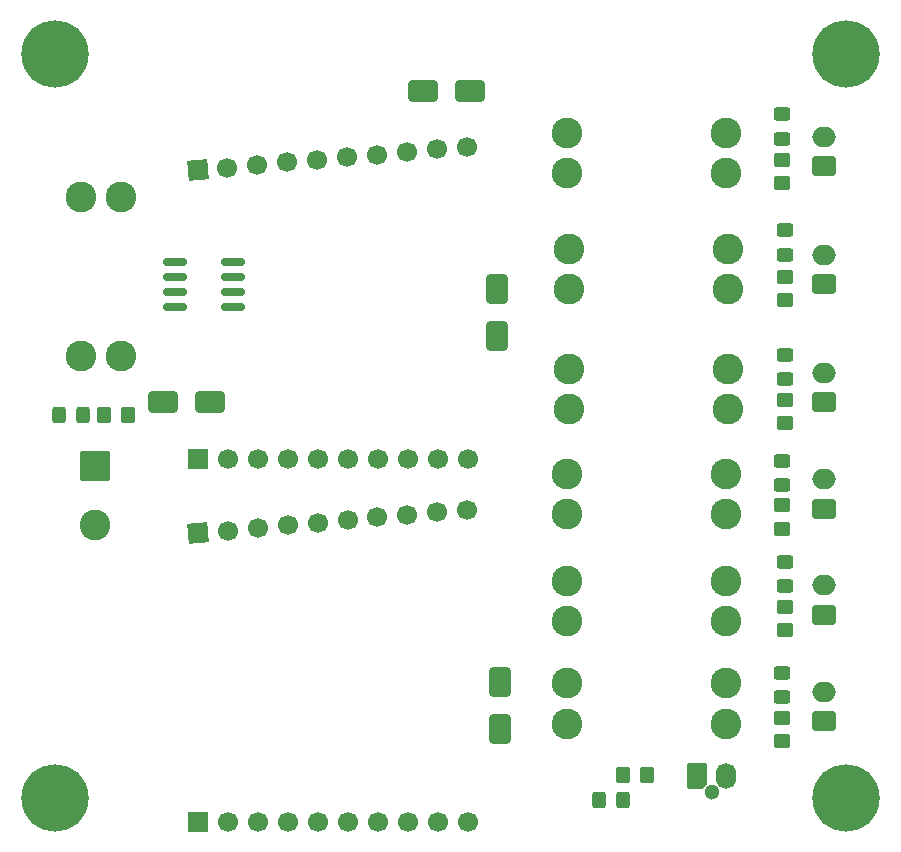
<source format=gbr>
%TF.GenerationSoftware,KiCad,Pcbnew,9.0.2*%
%TF.CreationDate,2025-06-04T19:58:56+07:00*%
%TF.ProjectId,PDM MOTHERBOARD,50444d20-4d4f-4544-9845-52424f415244,rev?*%
%TF.SameCoordinates,Original*%
%TF.FileFunction,Soldermask,Top*%
%TF.FilePolarity,Negative*%
%FSLAX46Y46*%
G04 Gerber Fmt 4.6, Leading zero omitted, Abs format (unit mm)*
G04 Created by KiCad (PCBNEW 9.0.2) date 2025-06-04 19:58:56*
%MOMM*%
%LPD*%
G01*
G04 APERTURE LIST*
G04 Aperture macros list*
%AMRoundRect*
0 Rectangle with rounded corners*
0 $1 Rounding radius*
0 $2 $3 $4 $5 $6 $7 $8 $9 X,Y pos of 4 corners*
0 Add a 4 corners polygon primitive as box body*
4,1,4,$2,$3,$4,$5,$6,$7,$8,$9,$2,$3,0*
0 Add four circle primitives for the rounded corners*
1,1,$1+$1,$2,$3*
1,1,$1+$1,$4,$5*
1,1,$1+$1,$6,$7*
1,1,$1+$1,$8,$9*
0 Add four rect primitives between the rounded corners*
20,1,$1+$1,$2,$3,$4,$5,0*
20,1,$1+$1,$4,$5,$6,$7,0*
20,1,$1+$1,$6,$7,$8,$9,0*
20,1,$1+$1,$8,$9,$2,$3,0*%
%AMRotRect*
0 Rectangle, with rotation*
0 The origin of the aperture is its center*
0 $1 length*
0 $2 width*
0 $3 Rotation angle, in degrees counterclockwise*
0 Add horizontal line*
21,1,$1,$2,0,0,$3*%
%AMFreePoly0*
4,1,22,0.945671,0.830970,1.026777,0.776777,1.080970,0.695671,1.100000,0.600000,1.100000,-0.600000,1.080970,-0.695671,1.026777,-0.776777,0.945671,-0.830970,0.850000,-0.850000,-0.596447,-0.850000,-0.692118,-0.830970,-0.773224,-0.776777,-1.026777,-0.523224,-1.080970,-0.442118,-1.100000,-0.346447,-1.100000,0.600000,-1.080970,0.695671,-1.026777,0.776777,-0.945671,0.830970,-0.850000,0.850000,
0.850000,0.850000,0.945671,0.830970,0.945671,0.830970,$1*%
G04 Aperture macros list end*
%ADD10C,2.604000*%
%ADD11RoundRect,0.250000X0.450000X-0.350000X0.450000X0.350000X-0.450000X0.350000X-0.450000X-0.350000X0*%
%ADD12RoundRect,0.250000X-0.450000X0.325000X-0.450000X-0.325000X0.450000X-0.325000X0.450000X0.325000X0*%
%ADD13RoundRect,0.250000X0.750000X-0.600000X0.750000X0.600000X-0.750000X0.600000X-0.750000X-0.600000X0*%
%ADD14O,2.000000X1.700000*%
%ADD15C,1.300000*%
%ADD16FreePoly0,90.000000*%
%ADD17O,1.700000X2.200000*%
%ADD18R,1.700000X1.700000*%
%ADD19C,1.700000*%
%ADD20RotRect,1.700000X1.700000X95.000000*%
%ADD21RoundRect,0.250000X0.350000X0.450000X-0.350000X0.450000X-0.350000X-0.450000X0.350000X-0.450000X0*%
%ADD22RoundRect,0.150000X0.825000X0.150000X-0.825000X0.150000X-0.825000X-0.150000X0.825000X-0.150000X0*%
%ADD23RoundRect,0.250000X-0.650000X1.000000X-0.650000X-1.000000X0.650000X-1.000000X0.650000X1.000000X0*%
%ADD24C,3.600000*%
%ADD25C,5.700000*%
%ADD26RoundRect,0.250000X1.000000X0.650000X-1.000000X0.650000X-1.000000X-0.650000X1.000000X-0.650000X0*%
%ADD27RoundRect,0.250000X-1.000000X-0.650000X1.000000X-0.650000X1.000000X0.650000X-1.000000X0.650000X0*%
%ADD28RoundRect,0.250000X-0.325000X-0.450000X0.325000X-0.450000X0.325000X0.450000X-0.325000X0.450000X0*%
%ADD29RoundRect,0.250000X-1.050000X1.050000X-1.050000X-1.050000X1.050000X-1.050000X1.050000X1.050000X0*%
%ADD30C,2.600000*%
G04 APERTURE END LIST*
D10*
%TO.C,F2*%
X121404000Y-36986000D03*
X121404000Y-40386000D03*
X134874000Y-36986000D03*
X134874000Y-40386000D03*
%TD*%
%TO.C,F7*%
X121265000Y-27178000D03*
X121265000Y-30578000D03*
X134735000Y-27178000D03*
X134735000Y-30578000D03*
%TD*%
D11*
%TO.C,R2*%
X139700000Y-41370000D03*
X139700000Y-39370000D03*
%TD*%
D12*
%TO.C,D7*%
X139700000Y-45974000D03*
X139700000Y-48024000D03*
%TD*%
D13*
%TO.C,5out5*%
X143000000Y-50000000D03*
D14*
X143000000Y-47500000D03*
%TD*%
D15*
%TO.C,5out2*%
X133489930Y-82948000D03*
D16*
X132239930Y-81608000D03*
D17*
X134739930Y-81608000D03*
%TD*%
D13*
%TO.C,3v3out1*%
X143002000Y-40000000D03*
D14*
X143002000Y-37500000D03*
%TD*%
D11*
%TO.C,R1*%
X139446000Y-31464000D03*
X139446000Y-29464000D03*
%TD*%
D12*
%TO.C,D8*%
X139442076Y-54929963D03*
X139442076Y-56979963D03*
%TD*%
D11*
%TO.C,R5*%
X139700000Y-69310000D03*
X139700000Y-67310000D03*
%TD*%
%TO.C,R4*%
X139446000Y-60706000D03*
X139446000Y-58706000D03*
%TD*%
D10*
%TO.C,F9*%
X80088000Y-46105000D03*
X83488000Y-46105000D03*
X80088000Y-32635000D03*
X83488000Y-32635000D03*
%TD*%
D13*
%TO.C,5out4*%
X143000000Y-68000000D03*
D14*
X143000000Y-65500000D03*
%TD*%
D13*
%TO.C,5out3*%
X143000000Y-77000000D03*
D14*
X143000000Y-74500000D03*
%TD*%
D13*
%TO.C,12vout1*%
X143002000Y-30000000D03*
D14*
X143002000Y-27500000D03*
%TD*%
D12*
%TO.C,D9*%
X139700000Y-63482000D03*
X139700000Y-65532000D03*
%TD*%
D18*
%TO.C,U2*%
X89952620Y-54775348D03*
D19*
X92492620Y-54775348D03*
X95032620Y-54775348D03*
X97572620Y-54775348D03*
X100112620Y-54775348D03*
X102652620Y-54775348D03*
X105192620Y-54775348D03*
X107732620Y-54775348D03*
X110272620Y-54775348D03*
X112812620Y-54775348D03*
D20*
X89954662Y-30349502D03*
D19*
X92484997Y-30128126D03*
X95015331Y-29906751D03*
X97545666Y-29685375D03*
X100076000Y-29464000D03*
X102606335Y-29242624D03*
X105136669Y-29021248D03*
X107667004Y-28799873D03*
X110197338Y-28578497D03*
X112727673Y-28357122D03*
%TD*%
D21*
%TO.C,R8*%
X84042000Y-51054000D03*
X82042000Y-51054000D03*
%TD*%
D22*
%TO.C,U1*%
X88025000Y-41912500D03*
X88025000Y-40642500D03*
X88025000Y-39372500D03*
X88025000Y-38102500D03*
X92975000Y-38102500D03*
X92975000Y-41912500D03*
X92975000Y-40642500D03*
X92975000Y-39372500D03*
%TD*%
D10*
%TO.C,F5*%
X121265000Y-65084753D03*
X121265000Y-68484753D03*
X134735000Y-65084753D03*
X134735000Y-68484753D03*
%TD*%
%TO.C,F8*%
X121404000Y-47146000D03*
X121404000Y-50546000D03*
X134874000Y-47146000D03*
X134874000Y-50546000D03*
%TD*%
D12*
%TO.C,D3*%
X139717524Y-35444890D03*
X139717524Y-37494890D03*
%TD*%
D10*
%TO.C,F6*%
X121265000Y-73800000D03*
X121265000Y-77200000D03*
X134735000Y-73800000D03*
X134735000Y-77200000D03*
%TD*%
D21*
%TO.C,R7*%
X128016000Y-81534000D03*
X126016000Y-81534000D03*
%TD*%
D23*
%TO.C,D4*%
X115570000Y-73660000D03*
X115570000Y-77660000D03*
%TD*%
D24*
%TO.C,H2*%
X77898000Y-83494000D03*
D25*
X77898000Y-83494000D03*
%TD*%
D23*
%TO.C,D5*%
X115316000Y-40386000D03*
X115316000Y-44386000D03*
%TD*%
D26*
%TO.C,D6*%
X113030000Y-23622000D03*
X109030000Y-23622000D03*
%TD*%
D27*
%TO.C,D1*%
X87000000Y-50000000D03*
X91000000Y-50000000D03*
%TD*%
D24*
%TO.C,H3*%
X77898000Y-20494000D03*
D25*
X77898000Y-20494000D03*
%TD*%
D28*
%TO.C,D11*%
X123921115Y-83659872D03*
X125971115Y-83659872D03*
%TD*%
D13*
%TO.C,5out1*%
X143000000Y-59000000D03*
D14*
X143000000Y-56500000D03*
%TD*%
D24*
%TO.C,H1*%
X144898000Y-83494000D03*
D25*
X144898000Y-83494000D03*
%TD*%
D18*
%TO.C,U3*%
X90000947Y-85498626D03*
D19*
X92540947Y-85498626D03*
X95080947Y-85498626D03*
X97620947Y-85498626D03*
X100160947Y-85498626D03*
X102700947Y-85498626D03*
X105240947Y-85498626D03*
X107780947Y-85498626D03*
X110320947Y-85498626D03*
X112860947Y-85498626D03*
D20*
X90002989Y-61072780D03*
D19*
X92533324Y-60851404D03*
X95063658Y-60630029D03*
X97593993Y-60408653D03*
X100124327Y-60187278D03*
X102654662Y-59965902D03*
X105184996Y-59744526D03*
X107715331Y-59523151D03*
X110245665Y-59301775D03*
X112776000Y-59080400D03*
%TD*%
D12*
%TO.C,D10*%
X139446000Y-72898511D03*
X139446000Y-74948511D03*
%TD*%
D10*
%TO.C,F4*%
X121265000Y-56036000D03*
X121265000Y-59436000D03*
X134735000Y-56036000D03*
X134735000Y-59436000D03*
%TD*%
D11*
%TO.C,R6*%
X139428881Y-78708000D03*
X139428881Y-76708000D03*
%TD*%
D24*
%TO.C,H4*%
X144898000Y-20494000D03*
D25*
X144898000Y-20494000D03*
%TD*%
D12*
%TO.C,D2*%
X139446000Y-25622000D03*
X139446000Y-27672000D03*
%TD*%
D11*
%TO.C,R3*%
X139700000Y-51784000D03*
X139700000Y-49784000D03*
%TD*%
D28*
%TO.C,D12*%
X78214000Y-51054000D03*
X80264000Y-51054000D03*
%TD*%
D29*
%TO.C,12in1*%
X81280000Y-55372000D03*
D30*
X81280000Y-60372000D03*
%TD*%
M02*

</source>
